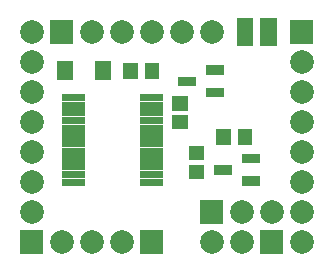
<source format=gts>
G04 Layer: TopSolderMaskLayer*
G04 EasyEDA v6.3.53, 2020-06-11T20:36:36+02:00*
G04 f86898c5f0de4d6e8d1821827ec38a2b,d798ca008b2c48fc9d28453cf4f639a5,10*
G04 Gerber Generator version 0.2*
G04 Scale: 100 percent, Rotated: No, Reflected: No *
G04 Dimensions in millimeters *
G04 leading zeros omitted , absolute positions ,3 integer and 3 decimal *
%FSLAX33Y33*%
%MOMM*%
G90*
G71D02*

%ADD33C,2.003196*%

%LPD*%
G36*
G01X16144Y7508D02*
G01X16144Y9509D01*
G01X18145Y9509D01*
G01X18145Y7508D01*
G01X16144Y7508D01*
G37*
G54D33*
G01X19685Y8509D03*
G01X22225Y8509D03*
G01X17145Y5969D03*
G01X19685Y5969D03*
G36*
G01X21224Y4968D02*
G01X21224Y6969D01*
G01X23225Y6969D01*
G01X23225Y4968D01*
G01X21224Y4968D01*
G37*
G36*
G01X16705Y20106D02*
G01X16705Y20909D01*
G01X18206Y20909D01*
G01X18206Y20106D01*
G01X16705Y20106D01*
G37*
G36*
G01X14305Y19156D02*
G01X14305Y19959D01*
G01X15806Y19959D01*
G01X15806Y19156D01*
G01X14305Y19156D01*
G37*
G36*
G01X16705Y18206D02*
G01X16705Y19009D01*
G01X18206Y19009D01*
G01X18206Y18206D01*
G01X16705Y18206D01*
G37*
G36*
G01X19753Y12613D02*
G01X19753Y13416D01*
G01X21254Y13416D01*
G01X21254Y12613D01*
G01X19753Y12613D01*
G37*
G36*
G01X17353Y11663D02*
G01X17353Y12466D01*
G01X18854Y12466D01*
G01X18854Y11663D01*
G01X17353Y11663D01*
G37*
G36*
G01X19753Y10713D02*
G01X19753Y11516D01*
G01X21254Y11516D01*
G01X21254Y10713D01*
G01X19753Y10713D01*
G37*
G36*
G01X7249Y19644D02*
G01X7249Y21249D01*
G01X8651Y21249D01*
G01X8651Y19644D01*
G01X7249Y19644D01*
G37*
G36*
G01X4048Y19644D02*
G01X4048Y21249D01*
G01X5450Y21249D01*
G01X5450Y19644D01*
G01X4048Y19644D01*
G37*
G36*
G01X23764Y22748D02*
G01X23764Y24749D01*
G01X25765Y24749D01*
G01X25765Y22748D01*
G01X23764Y22748D01*
G37*
G01X24765Y21209D03*
G01X24765Y18669D03*
G01X24765Y16129D03*
G01X24765Y13589D03*
G01X24765Y11049D03*
G01X24765Y8509D03*
G01X24765Y5969D03*
G36*
G01X904Y4968D02*
G01X904Y6969D01*
G01X2905Y6969D01*
G01X2905Y4968D01*
G01X904Y4968D01*
G37*
G01X1905Y8509D03*
G01X1905Y11049D03*
G01X1905Y13589D03*
G01X1905Y16129D03*
G01X1905Y18669D03*
G01X1905Y21209D03*
G01X1905Y23749D03*
G36*
G01X13825Y15488D02*
G01X13825Y16692D01*
G01X15130Y16692D01*
G01X15130Y15488D01*
G01X13825Y15488D01*
G37*
G36*
G01X13825Y17089D02*
G01X13825Y18293D01*
G01X15130Y18293D01*
G01X15130Y17089D01*
G01X13825Y17089D01*
G37*
G36*
G01X15222Y12898D02*
G01X15222Y14102D01*
G01X16527Y14102D01*
G01X16527Y12898D01*
G01X15222Y12898D01*
G37*
G36*
G01X15222Y11297D02*
G01X15222Y12501D01*
G01X16527Y12501D01*
G01X16527Y11297D01*
G01X15222Y11297D01*
G37*
G36*
G01X4460Y17881D02*
G01X4460Y18491D01*
G01X6466Y18491D01*
G01X6466Y17881D01*
G01X4460Y17881D01*
G37*
G36*
G01X4460Y17221D02*
G01X4460Y17830D01*
G01X6466Y17830D01*
G01X6466Y17221D01*
G01X4460Y17221D01*
G37*
G36*
G01X4460Y16586D02*
G01X4460Y17195D01*
G01X6466Y17195D01*
G01X6466Y16586D01*
G01X4460Y16586D01*
G37*
G36*
G01X4460Y15925D02*
G01X4460Y16535D01*
G01X6466Y16535D01*
G01X6466Y15925D01*
G01X4460Y15925D01*
G37*
G36*
G01X4460Y15265D02*
G01X4460Y15875D01*
G01X6466Y15875D01*
G01X6466Y15265D01*
G01X4460Y15265D01*
G37*
G36*
G01X4460Y14630D02*
G01X4460Y15240D01*
G01X6466Y15240D01*
G01X6466Y14630D01*
G01X4460Y14630D01*
G37*
G36*
G01X4460Y13970D02*
G01X4460Y14579D01*
G01X6466Y14579D01*
G01X6466Y13970D01*
G01X4460Y13970D01*
G37*
G36*
G01X4460Y13335D02*
G01X4460Y13944D01*
G01X6466Y13944D01*
G01X6466Y13335D01*
G01X4460Y13335D01*
G37*
G36*
G01X4460Y12674D02*
G01X4460Y13284D01*
G01X6466Y13284D01*
G01X6466Y12674D01*
G01X4460Y12674D01*
G37*
G36*
G01X4460Y12014D02*
G01X4460Y12623D01*
G01X6466Y12623D01*
G01X6466Y12014D01*
G01X4460Y12014D01*
G37*
G36*
G01X4460Y11379D02*
G01X4460Y11988D01*
G01X6466Y11988D01*
G01X6466Y11379D01*
G01X4460Y11379D01*
G37*
G36*
G01X4460Y10718D02*
G01X4460Y11328D01*
G01X6466Y11328D01*
G01X6466Y10718D01*
G01X4460Y10718D01*
G37*
G36*
G01X11059Y10718D02*
G01X11059Y11328D01*
G01X13065Y11328D01*
G01X13065Y10718D01*
G01X11059Y10718D01*
G37*
G36*
G01X11059Y11379D02*
G01X11059Y11988D01*
G01X13065Y11988D01*
G01X13065Y11379D01*
G01X11059Y11379D01*
G37*
G36*
G01X11059Y12014D02*
G01X11059Y12623D01*
G01X13065Y12623D01*
G01X13065Y12014D01*
G01X11059Y12014D01*
G37*
G36*
G01X11059Y12674D02*
G01X11059Y13284D01*
G01X13065Y13284D01*
G01X13065Y12674D01*
G01X11059Y12674D01*
G37*
G36*
G01X11059Y13335D02*
G01X11059Y13944D01*
G01X13065Y13944D01*
G01X13065Y13335D01*
G01X11059Y13335D01*
G37*
G36*
G01X11059Y13970D02*
G01X11059Y14579D01*
G01X13065Y14579D01*
G01X13065Y13970D01*
G01X11059Y13970D01*
G37*
G36*
G01X11059Y14630D02*
G01X11059Y15240D01*
G01X13065Y15240D01*
G01X13065Y14630D01*
G01X11059Y14630D01*
G37*
G36*
G01X11059Y15265D02*
G01X11059Y15875D01*
G01X13065Y15875D01*
G01X13065Y15265D01*
G01X11059Y15265D01*
G37*
G36*
G01X11059Y15925D02*
G01X11059Y16535D01*
G01X13065Y16535D01*
G01X13065Y15925D01*
G01X11059Y15925D01*
G37*
G36*
G01X11059Y16586D02*
G01X11059Y17195D01*
G01X13065Y17195D01*
G01X13065Y16586D01*
G01X11059Y16586D01*
G37*
G36*
G01X11059Y17221D02*
G01X11059Y17830D01*
G01X13065Y17830D01*
G01X13065Y17221D01*
G01X11059Y17221D01*
G37*
G36*
G01X11059Y17881D02*
G01X11059Y18491D01*
G01X13065Y18491D01*
G01X13065Y17881D01*
G01X11059Y17881D01*
G37*
G36*
G01X11473Y19794D02*
G01X11473Y21099D01*
G01X12677Y21099D01*
G01X12677Y19794D01*
G01X11473Y19794D01*
G37*
G36*
G01X9674Y19794D02*
G01X9674Y21099D01*
G01X10876Y21099D01*
G01X10876Y19794D01*
G01X9674Y19794D01*
G37*
G36*
G01X19347Y14206D02*
G01X19347Y15511D01*
G01X20551Y15511D01*
G01X20551Y14206D01*
G01X19347Y14206D01*
G37*
G36*
G01X17548Y14206D02*
G01X17548Y15511D01*
G01X18750Y15511D01*
G01X18750Y14206D01*
G01X17548Y14206D01*
G37*
G01X4445Y5969D03*
G01X6985Y5969D03*
G01X9525Y5969D03*
G36*
G01X11064Y4968D02*
G01X11064Y6969D01*
G01X13065Y6969D01*
G01X13065Y4968D01*
G01X11064Y4968D01*
G37*
G36*
G01X21244Y22567D02*
G01X21244Y24930D01*
G01X22646Y24930D01*
G01X22646Y22567D01*
G01X21244Y22567D01*
G37*
G36*
G01X19263Y22567D02*
G01X19263Y24930D01*
G01X20665Y24930D01*
G01X20665Y22567D01*
G01X19263Y22567D01*
G37*
G01X17145Y23749D03*
G01X14605Y23749D03*
G01X12065Y23749D03*
G01X9525Y23749D03*
G01X6985Y23749D03*
G36*
G01X3444Y22748D02*
G01X3444Y24749D01*
G01X5445Y24749D01*
G01X5445Y22748D01*
G01X3444Y22748D01*
G37*
M00*
M02*

</source>
